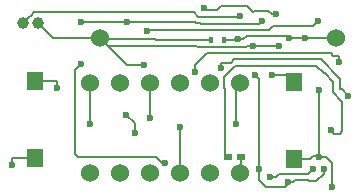
<source format=gbr>
G04 DesignSpark PCB Gerber Version 9.0 Build 5138 *
%FSLAX35Y35*%
%MOIN*%
%ADD16R,0.01654X0.02441*%
%ADD15R,0.05512X0.05906*%
%ADD10C,0.00787*%
%ADD11C,0.02362*%
%ADD14C,0.03937*%
%ADD12C,0.06000*%
%ADD13R,0.02953X0.02362*%
X0Y0D02*
D02*
D10*
X10039Y59124D02*
X12539Y61624D01*
X12618*
X13799Y62805*
X66949*
X68524Y61230*
X82067*
X82461Y61624*
X14193Y14183D02*
X6461D01*
Y11828*
X14193Y39773D02*
X21461D01*
Y37419*
X29461Y59624D02*
X44902D01*
X32461Y25624D02*
Y39124D01*
X35591Y54124D02*
X35961D01*
X38461Y51624*
X67831*
X68461Y50994*
X84461*
X85091Y51624*
X86634*
X35591Y54124D02*
X19961D01*
X14961Y59124*
X35591Y54124D02*
Y53750D01*
X54461*
Y53624*
X72795*
X44902Y59624D02*
X67736D01*
Y59261*
X68917*
X69311Y58868*
X88602*
X89390Y59655*
X89783*
X47413Y22624D02*
Y25671D01*
X44461Y28624*
X50413Y45088D02*
X44626D01*
X35591Y54124*
X52461Y27576D02*
Y39124D01*
X57461Y12624D02*
X56461D01*
X54461Y14624*
X28461*
X27461Y15624*
Y43624*
X29461Y45624*
X62461Y24624D02*
Y9124D01*
X70492Y63986D02*
X70886Y63592D01*
X74823*
X76004Y64773*
X84665*
X86634Y62805*
X87028Y63198*
X91752*
X92933Y62017*
X94508*
X76004Y44301D02*
Y45876D01*
X79280*
X80461Y47057*
X109469*
X115894Y40631*
Y37230*
X115768Y37104*
X116272*
X118524Y34852*
X77126Y53624D02*
X80461D01*
Y53750*
X81909*
X78295Y14624D02*
X77579D01*
Y37214*
X77185Y37608*
Y41151*
X80728Y44694*
X107894*
X110256Y42332*
X110650*
X113406Y39576*
Y36033*
X116555Y32883*
Y23041*
X115768Y22254*
X113799*
X112618Y23435*
X81122Y25403D02*
Y39124D01*
X82461*
X81909Y53750D02*
X83484D01*
X84665Y54931*
X97835*
X98642Y54124*
X82626Y14624D02*
Y9289D01*
X82461Y9124*
X88602Y10624D02*
Y40624D01*
X88776*
X87461Y41939*
X88602Y10624D02*
Y6899D01*
X90965Y4537*
X97445*
X98445Y5537*
Y6112*
X92933Y41939D02*
X97854D01*
X100413Y39380*
X95295Y51624D02*
X86634D01*
X95461Y8868D02*
X105138D01*
X106713Y10443*
X95461Y8868D02*
X94280Y7687D01*
X92461*
X100413Y13789D02*
X105728D01*
X106713Y14773*
X108484*
X108681Y14576*
X103957Y54124D02*
X99480D01*
X99461Y54143*
X99441Y54124*
X98642*
X108461Y59655D02*
X106886Y58080D01*
X93327*
X92146Y56899*
X51736*
X51461Y56624*
X108681Y14576D02*
Y36820D01*
X110256Y10443D02*
Y8868D01*
X107894Y6506*
X105531*
X105138Y6899*
X100807*
X100020Y6112*
X98445*
X113012Y4537D02*
Y12600D01*
X111035Y14576*
X108681*
X114331Y54124D02*
X103957D01*
X115374Y46269D02*
Y48238D01*
X113413*
X112626Y49025*
X71461*
X67461Y45025*
Y42726*
D02*
D11*
X6461Y11828D03*
X21461Y37419D03*
X29461Y45624D03*
Y59624D03*
X32461Y25624D03*
X44461Y28624D03*
X44902Y59624D03*
X47413Y22624D03*
X50413Y45088D03*
X51461Y56624D03*
X52461Y27576D03*
X57461Y12624D03*
X62461Y24624D03*
X67461Y42726D03*
X70492Y63986D03*
X76004Y44301D03*
X81122Y25403D03*
X81909Y53750D03*
X82461Y61624D03*
X86634Y51624D03*
X87461Y41939D03*
X88602Y10624D03*
X89783Y59655D03*
X92461Y7687D03*
X92933Y41939D03*
X94508Y62017D03*
X95295Y51624D03*
X98445Y6112D03*
X98642Y54124D03*
X103957D03*
X106713Y10443D03*
X108461Y59655D03*
X108681Y14576D03*
Y36820D03*
X110256Y10443D03*
X112618Y23435D03*
X113012Y4537D03*
X115374Y46269D03*
X118524Y34852D03*
D02*
D12*
X32461Y9124D03*
Y39124D03*
X35591Y54124D03*
X42461Y9124D03*
Y39124D03*
X52461Y9124D03*
Y39124D03*
X62461Y9124D03*
Y39124D03*
X72461Y9124D03*
Y39124D03*
X82461Y9124D03*
Y39124D03*
X114331Y54124D03*
D02*
D13*
X78295Y14624D03*
X82626D03*
D02*
D14*
X10039Y59124D03*
X14961D03*
D02*
D15*
X14193Y14183D03*
Y39773D03*
X100413Y13789D03*
Y39380D03*
D02*
D16*
X72795Y53624D03*
X77126D03*
X0Y0D02*
M02*

</source>
